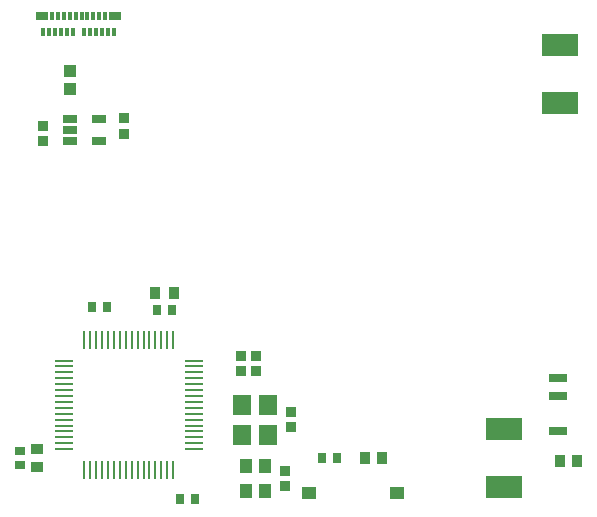
<source format=gtp>
G04*
G04 #@! TF.GenerationSoftware,Altium Limited,CircuitMaker,2.3.0 (2.3.0.3)*
G04*
G04 Layer_Color=7318015*
%FSLAX25Y25*%
%MOIN*%
G70*
G04*
G04 #@! TF.SameCoordinates,16FC6845-B66D-4252-ADF8-C3080C0A7A4D*
G04*
G04*
G04 #@! TF.FilePolarity,Positive*
G04*
G01*
G75*
%ADD17R,0.03740X0.03937*%
%ADD18R,0.03150X0.03543*%
%ADD19R,0.03937X0.02756*%
%ADD20R,0.01181X0.02756*%
%ADD21R,0.05905X0.02756*%
%ADD22R,0.03543X0.04134*%
%ADD23R,0.12402X0.07717*%
%ADD24R,0.03543X0.03347*%
%ADD25R,0.04724X0.03937*%
%ADD26R,0.05905X0.06693*%
%ADD27R,0.04331X0.05118*%
%ADD28R,0.03543X0.03150*%
%ADD29R,0.03937X0.03740*%
%ADD30O,0.00984X0.06102*%
%ADD31O,0.06102X0.00984*%
%ADD32R,0.03937X0.04134*%
%ADD33R,0.05118X0.02756*%
D17*
X157283Y179724D02*
D03*
X150984D02*
D03*
D18*
X151673Y173819D02*
D03*
X156595D02*
D03*
X211713Y124606D02*
D03*
X206791D02*
D03*
X164469Y110827D02*
D03*
X159547D02*
D03*
X134941Y174803D02*
D03*
X130020D02*
D03*
D19*
X113386Y271850D02*
D03*
X137795D02*
D03*
D20*
X116732D02*
D03*
X118701D02*
D03*
X132480D02*
D03*
X134449D02*
D03*
X130512D02*
D03*
X128543D02*
D03*
X120669D02*
D03*
X122638D02*
D03*
X124606D02*
D03*
X126575D02*
D03*
X113779Y266732D02*
D03*
X115748D02*
D03*
X117717D02*
D03*
X119685D02*
D03*
X121653D02*
D03*
X123622D02*
D03*
X127559D02*
D03*
X129527D02*
D03*
X131496D02*
D03*
X133465D02*
D03*
X135433D02*
D03*
X137402D02*
D03*
D21*
X285531Y151181D02*
D03*
Y145276D02*
D03*
Y133465D02*
D03*
D22*
X286122Y123622D02*
D03*
X291831D02*
D03*
X221161Y124606D02*
D03*
X226870D02*
D03*
D23*
X267323Y134252D02*
D03*
Y114961D02*
D03*
X286024Y262205D02*
D03*
Y242913D02*
D03*
D24*
X196457Y139961D02*
D03*
Y134843D02*
D03*
X194488Y115157D02*
D03*
Y120276D02*
D03*
X140748Y232677D02*
D03*
Y237795D02*
D03*
X113779Y235433D02*
D03*
Y230315D02*
D03*
X184646Y158661D02*
D03*
Y153543D02*
D03*
X179724Y158661D02*
D03*
Y153543D02*
D03*
D25*
X202559Y112795D02*
D03*
X231693D02*
D03*
D26*
X179921Y132323D02*
D03*
Y142323D02*
D03*
X188583D02*
D03*
Y132323D02*
D03*
D27*
X181398Y113583D02*
D03*
Y121850D02*
D03*
X187894D02*
D03*
Y113583D02*
D03*
D28*
X105905Y122146D02*
D03*
Y127067D02*
D03*
D29*
X111811Y127756D02*
D03*
Y121457D02*
D03*
D30*
X157087Y120571D02*
D03*
X155118D02*
D03*
X153150D02*
D03*
X151181D02*
D03*
X149213D02*
D03*
X147244D02*
D03*
X145276D02*
D03*
X143307D02*
D03*
X141339D02*
D03*
X139370D02*
D03*
X137402D02*
D03*
X135433D02*
D03*
X133465D02*
D03*
X131496D02*
D03*
X129528D02*
D03*
X127559D02*
D03*
Y164075D02*
D03*
X129528D02*
D03*
X131496D02*
D03*
X133465D02*
D03*
X135433D02*
D03*
X137402D02*
D03*
X139370D02*
D03*
X141339D02*
D03*
X143307D02*
D03*
X145276D02*
D03*
X147244D02*
D03*
X149213D02*
D03*
X151181D02*
D03*
X153150D02*
D03*
X155118D02*
D03*
X157087D02*
D03*
D31*
X120571Y127559D02*
D03*
Y129527D02*
D03*
Y131496D02*
D03*
Y133465D02*
D03*
Y135433D02*
D03*
Y137402D02*
D03*
Y139370D02*
D03*
Y141339D02*
D03*
Y143307D02*
D03*
Y145276D02*
D03*
Y147244D02*
D03*
Y149213D02*
D03*
Y151181D02*
D03*
Y153150D02*
D03*
Y155118D02*
D03*
Y157087D02*
D03*
X164075D02*
D03*
Y155118D02*
D03*
Y153150D02*
D03*
Y151181D02*
D03*
Y149213D02*
D03*
Y147244D02*
D03*
Y145276D02*
D03*
Y143307D02*
D03*
Y141339D02*
D03*
Y139370D02*
D03*
Y137402D02*
D03*
Y135433D02*
D03*
Y133465D02*
D03*
Y131496D02*
D03*
Y129527D02*
D03*
Y127559D02*
D03*
D32*
X122638Y253543D02*
D03*
Y247638D02*
D03*
D33*
X132283Y237598D02*
D03*
Y230118D02*
D03*
X122835D02*
D03*
Y233858D02*
D03*
Y237598D02*
D03*
M02*

</source>
